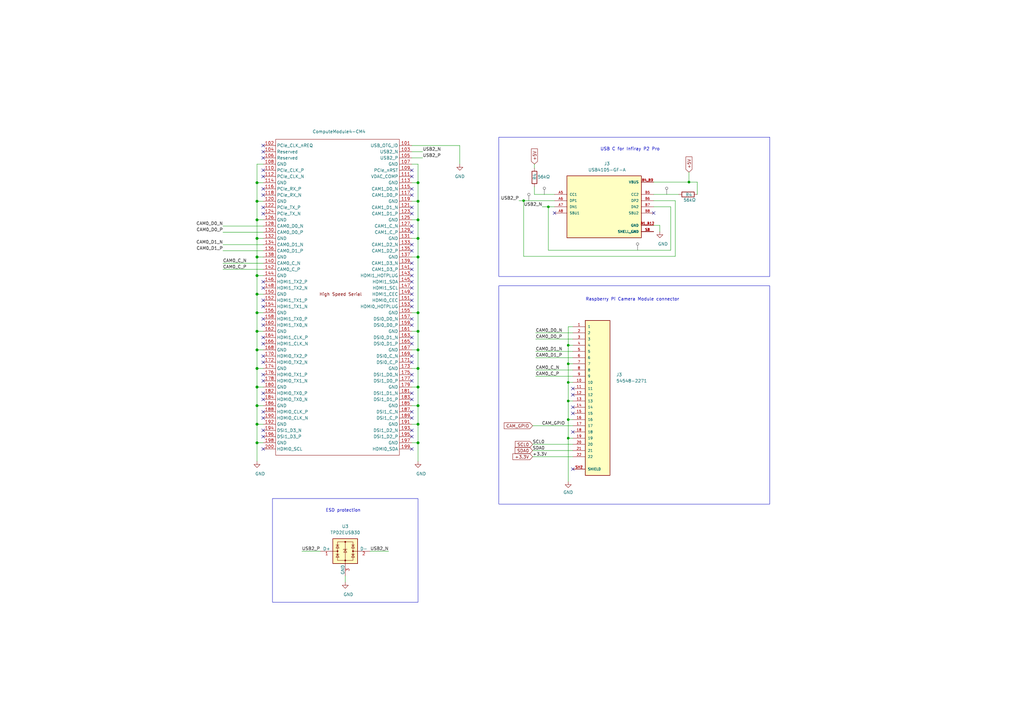
<source format=kicad_sch>
(kicad_sch (version 20230121) (generator eeschema)
  (paper "A3")
  (title_block (title "Raspberry Pi Compute Module 4 Carrier Board v1") (date "2023-06-21") (rev "v01") (comment 2 "creativecommons.org/licenses/by-sa/4.0") (comment 3 "License: CC BY 4.0") (comment 4 "Author: Iiro Karppanen"))
  (lib_symbols
    (symbol "54548-2271:54548-2271" (pin_names (offset 1.016))
      (property "Reference" "J" (at -5.0862 31.2801 0))
      (property "Value" "54548-2271" (at -5.0898 -35.6289 0))
      (symbol "54548-2271_0_0"
        (rectangle (start -5.08 -33.02) (end 5.08 30.48) (stroke (width 0.254)) (fill (type background)))
        (pin passive line (at -10.16 27.94 0) (length 5.08) (name "1") (number "1"))
        (pin passive line (at -10.16 5.08 0) (length 5.08) (name "10") (number "10"))
        (pin passive line (at -10.16 2.54 0) (length 5.08) (name "11") (number "11"))
        (pin passive line (at -10.16 0 0) (length 5.08) (name "12") (number "12"))
        (pin passive line (at -10.16 -2.54 0) (length 5.08) (name "13") (number "13"))
        (pin passive line (at -10.16 -5.08 0) (length 5.08) (name "14") (number "14"))
        (pin passive line (at -10.16 -7.62 0) (length 5.08) (name "15") (number "15"))
        (pin passive line (at -10.16 -10.16 0) (length 5.08) (name "16") (number "16"))
        (pin passive line (at -10.16 -12.7 0) (length 5.08) (name "17") (number "17"))
        (pin passive line (at -10.16 -15.24 0) (length 5.08) (name "18") (number "18"))
        (pin passive line (at -10.16 -17.78 0) (length 5.08) (name "19") (number "19"))
        (pin passive line (at -10.16 25.4 0) (length 5.08) (name "2") (number "2"))
        (pin passive line (at -10.16 -20.32 0) (length 5.08) (name "20") (number "20"))
        (pin passive line (at -10.16 -22.86 0) (length 5.08) (name "21") (number "21"))
        (pin passive line (at -10.16 -25.4 0) (length 5.08) (name "22") (number "22"))
        (pin passive line (at -10.16 22.86 0) (length 5.08) (name "3") (number "3"))
        (pin passive line (at -10.16 20.32 0) (length 5.08) (name "4") (number "4"))
        (pin passive line (at -10.16 17.78 0) (length 5.08) (name "5") (number "5"))
        (pin passive line (at -10.16 15.24 0) (length 5.08) (name "6") (number "6"))
        (pin passive line (at -10.16 12.7 0) (length 5.08) (name "7") (number "7"))
        (pin passive line (at -10.16 10.16 0) (length 5.08) (name "8") (number "8"))
        (pin passive line (at -10.16 7.62 0) (length 5.08) (name "9") (number "9"))
        (pin passive line (at -10.16 -30.48 0) (length 5.08) (name "SHIELD") (number "SH1"))
        (pin passive line (at -10.16 -30.48 0) (length 5.08) (name "SHIELD") (number "SH2"))
      )
    )
    (symbol "CM4IO:ComputeModule4-CM4"
      (property "Reference" "Module" (at 113.03 -68.58 0))
      (property "Value" "ComputeModule4-CM4" (at 140.97 2.54 0))
      (property "Manufacturer" "Hirose" (at 0 0 0))
      (property "MPN" "2x DF40C-100DS-0.4V" (at 0 -2.54 0))
      (property "MPN (Alt)" "2x DF40HC(3.0)-100DS-0.4V" (at 0 0 0))
      (symbol "ComputeModule4-CM4_1_0"
        (text "GPIO" (at 0 6.35 0) (effects (font (size 1.27 1.27))))
      )
      (symbol "ComputeModule4-CM4_1_1"
        (rectangle (start -30.48 -71.12) (end 25.4 58.42))
        (text "600mA Max" (at -8.89 -53.34 0) (effects (font (size 1.27 1.27))))
        (text "600mA Max" (at -8.89 -48.26 0) (effects (font (size 1.27 1.27))))
        (text "NB SD signals are only available" (at -1.27 -27.94 0) (effects (font (size 1.27 1.27))))
        (text "on modules without eMMC" (at -1.27 -30.48 0) (effects (font (size 1.27 1.27))))
        (pin power_in line (at 27.94 55.88 180) (length 2.54) (name "GND") (number "1"))
        (pin passive line (at -33.02 45.72 0) (length 2.54) (name "Ethernet_Pair0_N") (number "10"))
        (pin output line (at -33.02 -68.58 0) (length 2.54) (name "nEXTRST") (number "100"))
        (pin passive line (at 27.94 43.18 180) (length 2.54) (name "Ethernet_Pair2_P") (number "11"))
        (pin passive line (at -33.02 43.18 0) (length 2.54) (name "Ethernet_Pair0_P") (number "12"))
        (pin power_in line (at 27.94 40.64 180) (length 2.54) (name "GND") (number "13"))
        (pin power_in line (at -33.02 40.64 0) (length 2.54) (name "GND") (number "14"))
        (pin output line (at 27.94 38.1 180) (length 2.54) (name "Ethernet_nLED3(3.3v)") (number "15"))
        (pin input line (at -33.02 38.1 0) (length 2.54) (name "Ethernet_SYNC_IN(1.8v)") (number "16"))
        (pin output line (at 27.94 35.56 180) (length 2.54) (name "Ethernet_nLED2(3.3v)") (number "17"))
        (pin input line (at -33.02 35.56 0) (length 2.54) (name "Ethernet_SYNC_OUT(1.8v)") (number "18"))
        (pin output line (at 27.94 33.02 180) (length 2.54) (name "Ethernet_nLED1(3.3v)") (number "19"))
        (pin power_in line (at -33.02 55.88 0) (length 2.54) (name "GND") (number "2"))
        (pin passive line (at -33.02 33.02 0) (length 2.54) (name "EEPROM_nWP") (number "20"))
        (pin open_collector line (at 27.94 30.48 180) (length 2.54) (name "PI_nLED_Activity") (number "21"))
        (pin power_in line (at -33.02 30.48 0) (length 2.54) (name "GND") (number "22"))
        (pin power_in line (at 27.94 27.94 180) (length 2.54) (name "GND") (number "23"))
        (pin passive line (at -33.02 27.94 0) (length 2.54) (name "GPIO26") (number "24"))
        (pin passive line (at 27.94 25.4 180) (length 2.54) (name "GPIO21") (number "25"))
        (pin passive line (at -33.02 25.4 0) (length 2.54) (name "GPIO19") (number "26"))
        (pin passive line (at 27.94 22.86 180) (length 2.54) (name "GPIO20") (number "27"))
        (pin passive line (at -33.02 22.86 0) (length 2.54) (name "GPIO13") (number "28"))
        (pin passive line (at 27.94 20.32 180) (length 2.54) (name "GPIO16") (number "29"))
        (pin passive line (at 27.94 53.34 180) (length 2.54) (name "Ethernet_Pair3_P") (number "3"))
        (pin passive line (at -33.02 20.32 0) (length 2.54) (name "GPIO6") (number "30"))
        (pin passive line (at 27.94 17.78 180) (length 2.54) (name "GPIO12") (number "31"))
        (pin power_in line (at -33.02 17.78 0) (length 2.54) (name "GND") (number "32"))
        (pin power_in line (at 27.94 15.24 180) (length 2.54) (name "GND") (number "33"))
        (pin passive line (at -33.02 15.24 0) (length 2.54) (name "GPIO5") (number "34"))
        (pin passive line (at 27.94 12.7 180) (length 2.54) (name "ID_SC") (number "35"))
        (pin passive line (at -33.02 12.7 0) (length 2.54) (name "ID_SD") (number "36"))
        (pin passive line (at 27.94 10.16 180) (length 2.54) (name "GPIO7") (number "37"))
        (pin passive line (at -33.02 10.16 0) (length 2.54) (name "GPIO11") (number "38"))
        (pin passive line (at 27.94 7.62 180) (length 2.54) (name "GPIO8") (number "39"))
        (pin passive line (at -33.02 53.34 0) (length 2.54) (name "Ethernet_Pair1_P") (number "4"))
        (pin passive line (at -33.02 7.62 0) (length 2.54) (name "GPIO9") (number "40"))
        (pin passive line (at 27.94 5.08 180) (length 2.54) (name "GPIO25") (number "41"))
        (pin power_in line (at -33.02 5.08 0) (length 2.54) (name "GND") (number "42"))
        (pin power_in line (at 27.94 2.54 180) (length 2.54) (name "GND") (number "43"))
        (pin passive line (at -33.02 2.54 0) (length 2.54) (name "GPIO10") (number "44"))
        (pin passive line (at 27.94 0 180) (length 2.54) (name "GPIO24") (number "45"))
        (pin passive line (at -33.02 0 0) (length 2.54) (name "GPIO22") (number "46"))
        (pin passive line (at 27.94 -2.54 180) (length 2.54) (name "GPIO23") (number "47"))
        (pin passive line (at -33.02 -2.54 0) (length 2.54) (name "GPIO27") (number "48"))
        (pin passive line (at 27.94 -5.08 180) (length 2.54) (name "GPIO18") (number "49"))
        (pin passive line (at 27.94 50.8 180) (length 2.54) (name "Ethernet_Pair3_N") (number "5"))
        (pin passive line (at -33.02 -5.08 0) (length 2.54) (name "GPIO17") (number "50"))
        (pin passive line (at 27.94 -7.62 180) (length 2.54) (name "GPIO15") (number "51"))
        (pin power_in line (at -33.02 -7.62 0) (length 2.54) (name "GND") (number "52"))
        (pin power_in line (at 27.94 -10.16 180) (length 2.54) (name "GND") (number "53"))
        (pin passive line (at -33.02 -10.16 0) (length 2.54) (name "GPIO4") (number "54"))
        (pin passive line (at 27.94 -12.7 180) (length 2.54) (name "GPIO14") (number "55"))
        (pin passive line (at -33.02 -12.7 0) (length 2.54) (name "GPIO3") (number "56"))
        (pin passive line (at 27.94 -15.24 180) (length 2.54) (name "SD_CLK") (number "57"))
        (pin passive line (at -33.02 -15.24 0) (length 2.54) (name "GPIO2") (number "58"))
        (pin power_in line (at 27.94 -17.78 180) (length 2.54) (name "GND") (number "59"))
        (pin passive line (at -33.02 50.8 0) (length 2.54) (name "Ethernet_Pair1_N") (number "6"))
        (pin power_in line (at -33.02 -17.78 0) (length 2.54) (name "GND") (number "60"))
        (pin passive line (at 27.94 -20.32 180) (length 2.54) (name "SD_DAT3") (number "61"))
        (pin passive line (at -33.02 -20.32 0) (length 2.54) (name "SD_CMD") (number "62"))
        (pin passive line (at 27.94 -22.86 180) (length 2.54) (name "SD_DAT0") (number "63"))
        (pin passive line (at -33.02 -22.86 0) (length 2.54) (name "SD_DAT5") (number "64"))
        (pin power_in line (at 27.94 -25.4 180) (length 2.54) (name "GND") (number "65"))
        (pin power_in line (at -33.02 -25.4 0) (length 2.54) (name "GND") (number "66"))
        (pin passive line (at 27.94 -27.94 180) (length 2.54) (name "SD_DAT1") (number "67"))
        (pin passive line (at -33.02 -27.94 0) (length 2.54) (name "SD_DAT4") (number "68"))
        (pin passive line (at 27.94 -30.48 180) (length 2.54) (name "SD_DAT2") (number "69"))
        (pin power_in line (at 27.94 48.26 180) (length 2.54) (name "GND") (number "7"))
        (pin passive line (at -33.02 -30.48 0) (length 2.54) (name "SD_DAT7") (number "70"))
        (pin power_in line (at 27.94 -33.02 180) (length 2.54) (name "GND") (number "71"))
        (pin passive line (at -33.02 -33.02 0) (length 2.54) (name "SD_DAT6") (number "72"))
        (pin input line (at 27.94 -35.56 180) (length 2.54) (name "SD_VDD_Override") (number "73"))
        (pin power_in line (at -33.02 -35.56 0) (length 2.54) (name "GND") (number "74"))
        (pin output line (at 27.94 -38.1 180) (length 2.54) (name "SD_PWR_ON") (number "75"))
        (pin passive line (at -33.02 -38.1 0) (length 2.54) (name "Reserved") (number "76"))
        (pin power_in line (at 27.94 -40.64 180) (length 2.54) (name "+5v_(Input)") (number "77"))
        (pin power_in line (at -33.02 -40.64 0) (length 2.54) (name "GPIO_VREF(1.8v/3.3v_Input)") (number "78"))
        (pin power_in line (at 27.94 -43.18 180) (length 2.54) (name "+5v_(Input)") (number "79"))
        (pin power_in line (at -33.02 48.26 0) (length 2.54) (name "GND") (number "8"))
        (pin passive line (at -33.02 -43.18 0) (length 2.54) (name "SCL0") (number "80"))
        (pin power_in line (at 27.94 -45.72 180) (length 2.54) (name "+5v_(Input)") (number "81"))
        (pin passive line (at -33.02 -45.72 0) (length 2.54) (name "SDA0") (number "82"))
        (pin power_in line (at 27.94 -48.26 180) (length 2.54) (name "+5v_(Input)") (number "83"))
        (pin power_out line (at -33.02 -48.26 0) (length 2.54) (name "+3.3v_(Output)") (number "84"))
        (pin power_in line (at 27.94 -50.8 180) (length 2.54) (name "+5v_(Input)") (number "85"))
        (pin power_out line (at -33.02 -50.8 0) (length 2.54) (name "+3.3v_(Output)") (number "86"))
        (pin power_in line (at 27.94 -53.34 180) (length 2.54) (name "+5v_(Input)") (number "87"))
        (pin power_out line (at -33.02 -53.34 0) (length 2.54) (name "+1.8v_(Output)") (number "88"))
        (pin power_in line (at 27.94 -55.88 180) (length 2.54) (name "WiFi_nDisable") (number "89"))
        (pin passive line (at 27.94 45.72 180) (length 2.54) (name "Ethernet_Pair2_N") (number "9"))
        (pin power_out line (at -33.02 -55.88 0) (length 2.54) (name "+1.8v_(Output)") (number "90"))
        (pin power_in line (at 27.94 -58.42 180) (length 2.54) (name "BT_nDisable") (number "91"))
        (pin passive line (at -33.02 -58.42 0) (length 2.54) (name "RUN_PG") (number "92"))
        (pin input line (at 27.94 -60.96 180) (length 2.54) (name "nRPIBOOT") (number "93"))
        (pin passive line (at -33.02 -60.96 0) (length 2.54) (name "AnalogIP0") (number "94"))
        (pin output line (at 27.94 -63.5 180) (length 2.54) (name "nPI_LED_PWR") (number "95"))
        (pin passive line (at -33.02 -63.5 0) (length 2.54) (name "AnalogIP1") (number "96"))
        (pin passive line (at 27.94 -66.04 180) (length 2.54) (name "Camera_GPIO") (number "97"))
        (pin power_in line (at -33.02 -66.04 0) (length 2.54) (name "GND") (number "98"))
        (pin input line (at 27.94 -68.58 180) (length 2.54) (name "Global_EN") (number "99"))
      )
      (symbol "ComputeModule4-CM4_2_1"
        (rectangle (start 114.3 -66.04) (end 165.1 63.5))
        (text "High Speed Serial" (at 140.97 0 0) (effects (font (size 1.27 1.27))))
        (pin input line (at 170.18 60.96 180) (length 5.08) (name "USB_OTG_ID") (number "101"))
        (pin input line (at 109.22 60.96 0) (length 5.08) (name "PCIe_CLK_nREQ") (number "102"))
        (pin passive line (at 170.18 58.42 180) (length 5.08) (name "USB2_N") (number "103"))
        (pin passive line (at 109.22 58.42 0) (length 5.08) (name "Reserved") (number "104"))
        (pin passive line (at 170.18 55.88 180) (length 5.08) (name "USB2_P") (number "105"))
        (pin passive line (at 109.22 55.88 0) (length 5.08) (name "Reserved") (number "106"))
        (pin power_in line (at 170.18 53.34 180) (length 5.08) (name "GND") (number "107"))
        (pin power_in line (at 109.22 53.34 0) (length 5.08) (name "GND") (number "108"))
        (pin bidirectional line (at 170.18 50.8 180) (length 5.08) (name "PCIe_nRST") (number "109"))
        (pin output line (at 109.22 50.8 0) (length 5.08) (name "PCIe_CLK_P") (number "110"))
        (pin passive line (at 170.18 48.26 180) (length 5.08) (name "VDAC_COMP") (number "111"))
        (pin output line (at 109.22 48.26 0) (length 5.08) (name "PCIe_CLK_N") (number "112"))
        (pin power_in line (at 170.18 45.72 180) (length 5.08) (name "GND") (number "113"))
        (pin power_in line (at 109.22 45.72 0) (length 5.08) (name "GND") (number "114"))
        (pin input line (at 170.18 43.18 180) (length 5.08) (name "CAM1_D0_N") (number "115"))
        (pin input line (at 109.22 43.18 0) (length 5.08) (name "PCIe_RX_P") (number "116"))
        (pin input line (at 170.18 40.64 180) (length 5.08) (name "CAM1_D0_P") (number "117"))
        (pin input line (at 109.22 40.64 0) (length 5.08) (name "PCIe_RX_N") (number "118"))
        (pin power_in line (at 170.18 38.1 180) (length 5.08) (name "GND") (number "119"))
        (pin power_in line (at 109.22 38.1 0) (length 5.08) (name "GND") (number "120"))
        (pin input line (at 170.18 35.56 180) (length 5.08) (name "CAM1_D1_N") (number "121"))
        (pin output line (at 109.22 35.56 0) (length 5.08) (name "PCIe_TX_P") (number "122"))
        (pin input line (at 170.18 33.02 180) (length 5.08) (name "CAM1_D1_P") (number "123"))
        (pin output line (at 109.22 33.02 0) (length 5.08) (name "PCIe_TX_N") (number "124"))
        (pin power_in line (at 170.18 30.48 180) (length 5.08) (name "GND") (number "125"))
        (pin power_in line (at 109.22 30.48 0) (length 5.08) (name "GND") (number "126"))
        (pin input line (at 170.18 27.94 180) (length 5.08) (name "CAM1_C_N") (number "127"))
        (pin input line (at 109.22 27.94 0) (length 5.08) (name "CAM0_D0_N") (number "128"))
        (pin input line (at 170.18 25.4 180) (length 5.08) (name "CAM1_C_P") (number "129"))
        (pin input line (at 109.22 25.4 0) (length 5.08) (name "CAM0_D0_P") (number "130"))
        (pin power_in line (at 170.18 22.86 180) (length 5.08) (name "GND") (number "131"))
        (pin power_in line (at 109.22 22.86 0) (length 5.08) (name "GND") (number "132"))
        (pin input line (at 170.18 20.32 180) (length 5.08) (name "CAM1_D2_N") (number "133"))
        (pin input line (at 109.22 20.32 0) (length 5.08) (name "CAM0_D1_N") (number "134"))
        (pin input line (at 170.18 17.78 180) (length 5.08) (name "CAM1_D2_P") (number "135"))
        (pin input line (at 109.22 17.78 0) (length 5.08) (name "CAM0_D1_P") (number "136"))
        (pin power_in line (at 170.18 15.24 180) (length 5.08) (name "GND") (number "137"))
        (pin power_in line (at 109.22 15.24 0) (length 5.08) (name "GND") (number "138"))
        (pin input line (at 170.18 12.7 180) (length 5.08) (name "CAM1_D3_N") (number "139"))
        (pin input line (at 109.22 12.7 0) (length 5.08) (name "CAM0_C_N") (number "140"))
        (pin input line (at 170.18 10.16 180) (length 5.08) (name "CAM1_D3_P") (number "141"))
        (pin input line (at 109.22 10.16 0) (length 5.08) (name "CAM0_C_P") (number "142"))
        (pin input line (at 170.18 7.62 180) (length 5.08) (name "HDMI1_HOTPLUG") (number "143"))
        (pin power_in line (at 109.22 7.62 0) (length 5.08) (name "GND") (number "144"))
        (pin bidirectional line (at 170.18 5.08 180) (length 5.08) (name "HDMI1_SDA") (number "145"))
        (pin output line (at 109.22 5.08 0) (length 5.08) (name "HDMI1_TX2_P") (number "146"))
        (pin open_collector line (at 170.18 2.54 180) (length 5.08) (name "HDMI1_SCL") (number "147"))
        (pin output line (at 109.22 2.54 0) (length 5.08) (name "HDMI1_TX2_N") (number "148"))
        (pin open_collector line (at 170.18 0 180) (length 5.08) (name "HDMI1_CEC") (number "149"))
        (pin power_in line (at 109.22 0 0) (length 5.08) (name "GND") (number "150"))
        (pin open_collector line (at 170.18 -2.54 180) (length 5.08) (name "HDMI0_CEC") (number "151"))
        (pin output line (at 109.22 -2.54 0) (length 5.08) (name "HDMI1_TX1_P") (number "152"))
        (pin input line (at 170.18 -5.08 180) (length 5.08) (name "HDMI0_HOTPLUG") (number "153"))
        (pin output line (at 109.22 -5.08 0) (length 5.08) (name "HDMI1_TX1_N") (number "154"))
        (pin power_in line (at 170.18 -7.62 180) (length 5.08) (name "GND") (number "155"))
        (pin power_in line (at 109.22 -7.62 0) (length 5.08) (name "GND") (number "156"))
        (pin output line (at 170.18 -10.16 180) (length 5.08) (name "DSI0_D0_N") (number "157"))
        (pin output line (at 109.22 -10.16 0) (length 5.08) (name "HDMI1_TX0_P") (number "158"))
        (pin output line (at 170.18 -12.7 180) (length 5.08) (name "DSI0_D0_P") (number "159"))
        (pin output line (at 109.22 -12.7 0) (length 5.08) (name "HDMI1_TX0_N") (number "160"))
        (pin power_in line (at 170.18 -15.24 180) (length 5.08) (name "GND") (number "161"))
        (pin power_in line (at 109.22 -15.24 0) (length 5.08) (name "GND") (number "162"))
        (pin output line (at 170.18 -17.78 180) (length 5.08) (name "DSI0_D1_N") (number "163"))
        (pin output line (at 109.22 -17.78 0) (length 5.08) (name "HDMI1_CLK_P") (number "164"))
        (pin output line (at 170.18 -20.32 180) (length 5.08) (name "DSI0_D1_P") (number "165"))
        (pin output line (at 109.22 -20.32 0) (length 5.08) (name "HDMI1_CLK_N") (number "166"))
        (pin power_in line (at 170.18 -22.86 180) (length 5.08) (name "GND") (number "167"))
        (pin power_in line (at 109.22 -22.86 0) (length 5.08) (name "GND") (number "168"))
        (pin output line (at 170.18 -25.4 180) (length 5.08) (name "DSI0_C_N") (number "169"))
        (pin output line (at 109.22 -25.4 0) (length 5.08) (name "HDMI0_TX2_P") (number "170"))
        (pin output line (at 170.18 -27.94 180) (length 5.08) (name "DSI0_C_P") (number "171"))
        (pin output line (at 109.22 -27.94 0) (length 5.08) (name "HDMI0_TX2_N") (number "172"))
        (pin power_in line (at 170.18 -30.48 180) (length 5.08) (name "GND") (number "173"))
        (pin power_in line (at 109.22 -30.48 0) (length 5.08) (name "GND") (number "174"))
        (pin output line (at 170.18 -33.02 180) (length 5.08) (name "DSI1_D0_N") (number "175"))
        (pin output line (at 109.22 -33.02 0) (length 5.08) (name "HDMI0_TX1_P") (number "176"))
        (pin output line (at 170.18 -35.56 180) (length 5.08) (name "DSI1_D0_P") (number "177"))
        (pin output line (at 109.22 -35.56 0) (length 5.08) (name "HDMI0_TX1_N") (number "178"))
        (pin power_in line (at 170.18 -38.1 180) (length 5.08) (name "GND") (number "179"))
        (pin power_in line (at 109.22 -38.1 0) (length 5.08) (name "GND") (number "180"))
        (pin output line (at 170.18 -40.64 180) (length 5.08) (name "DSI1_D1_N") (number "181"))
        (pin output line (at 109.22 -40.64 0) (length 5.08) (name "HDMI0_TX0_P") (number "182"))
        (pin output line (at 170.18 -43.18 180) (length 5.08) (name "DSI1_D1_P") (number "183"))
        (pin output line (at 109.22 -43.18 0) (length 5.08) (name "HDMI0_TX0_N") (number "184"))
        (pin power_in line (at 170.18 -45.72 180) (length 5.08) (name "GND") (number "185"))
        (pin power_in line (at 109.22 -45.72 0) (length 5.08) (name "GND") (number "186"))
        (pin output line (at 170.18 -48.26 180) (length 5.08) (name "DSI1_C_N") (number "187"))
        (pin output line (at 109.22 -48.26 0) (length 5.08) (name "HDMI0_CLK_P") (number "188"))
        (pin output line (at 170.18 -50.8 180) (length 5.08) (name "DSI1_C_P") (number "189"))
        (pin output line (at 109.22 -50.8 0) (length 5.08) (name "HDMI0_CLK_N") (number "190"))
        (pin power_in line (at 170.18 -53.34 180) (length 5.08) (name "GND") (number "191"))
        (pin power_in line (at 109.22 -53.34 0) (length 5.08) (name "GND") (number "192"))
        (pin output line (at 170.18 -55.88 180) (length 5.08) (name "DSI1_D2_N") (number "193"))
        (pin output line (at 109.22 -55.88 0) (length 5.08) (name "DSI1_D3_N") (number "194"))
        (pin output line (at 170.18 -58.42 180) (length 5.08) (name "DSI1_D2_P") (number "195"))
        (pin output line (at 109.22 -58.42 0) (length 5.08) (name "DSI1_D3_P") (number "196"))
        (pin power_in line (at 170.18 -60.96 180) (length 5.08) (name "GND") (number "197"))
        (pin power_in line (at 109.22 -60.96 0) (length 5.08) (name "GND") (number "198"))
        (pin bidirectional line (at 170.18 -63.5 180) (length 5.08) (name "HDMI0_SDA") (number "199"))
        (pin open_collector line (at 109.22 -63.5 0) (length 5.08) (name "HDMI0_SCL") (number "200"))
      )
    )
    (symbol "Device:R" (pin_numbers hide) (pin_names (offset 0))
      (property "Reference" "R" (at 2.032 0 90))
      (property "Value" "R" (at 0 0 90))
      (symbol "R_0_1"
        (rectangle (start -1.016 -2.54) (end 1.016 2.54) (stroke (width 0.254)))
      )
      (symbol "R_1_1"
        (pin passive line (at 0 3.81 270) (length 1.27) (name "~") (number "1"))
        (pin passive line (at 0 -3.81 90) (length 1.27) (name "~") (number "2"))
      )
    )
    (symbol "GND_1" (power) (pin_names (offset 0))
      (property "Value" "GND_1" (at 0 -3.81 0))
      (symbol "GND_1_0_1"
        (polyline (pts (xy 0 0) (xy 0 -1.27) (xy 1.27 -1.27) (xy 0 -2.54) (xy -1.27 -1.27) (xy 0 -1.27)))
      )
      (symbol "GND_1_1_1"
        (pin power_in line (at 0 0 270) (length 0) hide (name "GND") (number "1"))
      )
    )
    (symbol "GND_2" (power) (pin_names (offset 0))
      (property "Value" "GND_2" (at 0 -3.81 0))
      (symbol "GND_2_0_1"
        (polyline (pts (xy 0 0) (xy 0 -1.27) (xy 1.27 -1.27) (xy 0 -2.54) (xy -1.27 -1.27) (xy 0 -1.27)))
      )
      (symbol "GND_2_1_1"
        (pin power_in line (at 0 0 270) (length 0) hide (name "GND") (number "1"))
      )
    )
    (symbol "Power_Protection:TPD2EUSB30" (pin_names (offset 0))
      (property "Reference" "U" (at 0 6.35 0))
      (property "Value" "TPD2EUSB30" (at 7.62 -7.62 0))
      (symbol "TPD2EUSB30_0_1"
        (rectangle (start -5.08 5.08) (end 5.08 -5.08) (stroke (width 0.254)) (fill (type background)))
        (circle (center -3.175 0) (radius 0.2794) (fill (type outline)))
        (rectangle (start -3.175 3.81) (end 3.175 -3.81))
        (circle (center 0 -3.81) (radius 0.2794) (fill (type outline)))
        (polyline (pts (xy -5.08 0) (xy -3.175 0)))
        (polyline (pts (xy -3.81 -1.27) (xy -2.54 -1.27)))
        (polyline (pts (xy -3.81 2.54) (xy -2.54 2.54)))
        (polyline (pts (xy 0 3.81) (xy 0 -5.08)))
        (polyline (pts (xy 2.54 -1.27) (xy 3.81 -1.27)))
        (polyline (pts (xy 2.54 2.54) (xy 3.81 2.54)))
        (polyline (pts (xy 5.08 0) (xy 3.175 0)))
        (polyline (pts (xy 0.762 0.762) (xy -0.762 0.762) (xy -0.762 0.508)))
        (polyline (pts (xy -2.54 -2.54) (xy -3.81 -2.54) (xy -3.175 -1.27) (xy -2.54 -2.54)))
        (polyline (pts (xy -2.54 1.27) (xy -3.81 1.27) (xy -3.175 2.54) (xy -2.54 1.27)))
        (polyline (pts (xy 0.635 -0.508) (xy -0.635 -0.508) (xy 0 0.762) (xy 0.635 -0.508)))
        (polyline (pts (xy 3.81 -2.54) (xy 2.54 -2.54) (xy 3.175 -1.27) (xy 3.81 -2.54)))
        (polyline (pts (xy 3.81 1.27) (xy 2.54 1.27) (xy 3.175 2.54) (xy 3.81 1.27)))
        (circle (center 0 3.81) (radius 0.2794) (fill (type outline)))
        (circle (center 3.175 0) (radius 0.2794) (fill (type outline)))
      )
      (symbol "TPD2EUSB30_1_1"
        (pin passive line (at -10.16 0 0) (length 5.08) (name "D+") (number "1"))
        (pin passive line (at 10.16 0 180) (length 5.08) (name "D-") (number "2"))
        (pin passive line (at 0 -10.16 90) (length 5.08) (name "GND") (number "3"))
      )
    )
    (symbol "USB4105-GF-A:USB4105-GF-A" (pin_names (offset 1.016))
      (property "Reference" "J" (at -15.24 13.97 0))
      (property "Value" "USB4105-GF-A" (at -15.24 -15.24 0))
      (symbol "USB4105-GF-A_0_0"
        (rectangle (start -15.24 -12.7) (end 15.24 12.7) (stroke (width 0.254)) (fill (type background)))
        (pin power_in line (at 20.32 -7.62 180) (length 5.08) (name "GND") (number "A1_B12"))
        (pin power_in line (at 20.32 10.16 180) (length 5.08) (name "VBUS") (number "A4_B9"))
        (pin bidirectional line (at -20.32 5.08 0) (length 5.08) (name "CC1") (number "A5"))
        (pin bidirectional line (at -20.32 2.54 0) (length 5.08) (name "DP1") (number "A6"))
        (pin bidirectional line (at -20.32 0 0) (length 5.08) (name "DN1") (number "A7"))
        (pin bidirectional line (at -20.32 -2.54 0) (length 5.08) (name "SBU1") (number "A8"))
        (pin power_in line (at 20.32 -7.62 180) (length 5.08) (name "GND") (number "B1_A12"))
        (pin power_in line (at 20.32 10.16 180) (length 5.08) (name "VBUS") (number "B4_A9"))
        (pin bidirectional line (at 20.32 5.08 180) (length 5.08) (name "CC2") (number "B5"))
        (pin bidirectional line (at 20.32 2.54 180) (length 5.08) (name "DP2") (number "B6"))
        (pin bidirectional line (at 20.32 0 180) (length 5.08) (name "DN2") (number "B7"))
        (pin bidirectional line (at 20.32 -2.54 180) (length 5.08) (name "SBU2") (number "B8"))
        (pin power_in line (at 20.32 -10.16 180) (length 5.08) (name "SHELL_GND") (number "S1"))
        (pin power_in line (at 20.32 -10.16 180) (length 5.08) (name "SHELL_GND") (number "S2"))
        (pin power_in line (at 20.32 -10.16 180) (length 5.08) (name "SHELL_GND") (number "S3"))
        (pin power_in line (at 20.32 -10.16 180) (length 5.08) (name "SHELL_GND") (number "S4"))
      )
    )
    (symbol "power:GND" (power) (pin_names (offset 0))
      (property "Value" "GND" (at 0 -3.81 0))
      (symbol "GND_0_1"
        (polyline (pts (xy 0 0) (xy 0 -1.27) (xy 1.27 -1.27) (xy 0 -2.54) (xy -1.27 -1.27) (xy 0 -1.27)))
      )
      (symbol "GND_1_1"
        (pin power_in line (at 0 0 270) (length 0) hide (name "GND") (number "1"))
      )
    )
  )
  (junction (at 105.41 151.13) (diameter 1.016))
  (junction (at 171.45 97.79) (diameter 1.016))
  (junction (at 171.45 74.93) (diameter 1.016))
  (junction (at 233.045 156.845))
  (junction (at 233.045 149.225))
  (junction (at 171.45 143.51) (diameter 1.016))
  (junction (at 214.757 82.296))
  (junction (at 105.41 173.99) (diameter 1.016))
  (junction (at 171.45 166.37) (diameter 1.016))
  (junction (at 171.45 90.17) (diameter 1.016))
  (junction (at 105.41 74.93) (diameter 1.016))
  (junction (at 105.41 143.51) (diameter 1.016))
  (junction (at 171.45 181.61) (diameter 1.016))
  (junction (at 224.917 84.836))
  (junction (at 105.41 90.17) (diameter 1.016))
  (junction (at 105.41 105.41) (diameter 1.016))
  (junction (at 171.45 135.89) (diameter 1.016))
  (junction (at 105.41 97.79) (diameter 1.016))
  (junction (at 171.45 105.41) (diameter 1.016))
  (junction (at 233.045 141.605))
  (junction (at 171.45 82.55) (diameter 1.016))
  (junction (at 105.41 158.75) (diameter 1.016))
  (junction (at 105.41 128.27) (diameter 1.016))
  (junction (at 282.575 74.676))
  (junction (at 105.41 181.61) (diameter 1.016))
  (junction (at 105.41 166.37) (diameter 1.016))
  (junction (at 105.41 120.65) (diameter 1.016))
  (junction (at 105.41 113.03) (diameter 1.016))
  (junction (at 171.45 128.27) (diameter 1.016))
  (junction (at 233.045 179.705))
  (junction (at 105.41 135.89) (diameter 1.016))
  (junction (at 233.045 172.085))
  (junction (at 171.45 151.13) (diameter 1.016))
  (junction (at 105.41 82.55) (diameter 1.016))
  (junction (at 233.045 164.465))
  (junction (at 171.45 173.99) (diameter 1.016))
  (junction (at 171.45 158.75) (diameter 1.016))
  (no_connect (at 168.91 184.15))
  (no_connect (at 168.91 176.53))
  (no_connect (at 168.91 161.29))
  (no_connect (at 107.95 148.59))
  (no_connect (at 227.457 87.376))
  (no_connect (at 168.91 130.81))
  (no_connect (at 168.91 87.63))
  (no_connect (at 107.95 140.97))
  (no_connect (at 107.95 179.07))
  (no_connect (at 168.91 179.07))
  (no_connect (at 107.95 168.91))
  (no_connect (at 168.91 110.49))
  (no_connect (at 107.95 85.09))
  (no_connect (at 168.91 163.83))
  (no_connect (at 168.91 168.91))
  (no_connect (at 168.91 146.05))
  (no_connect (at 107.95 138.43))
  (no_connect (at 168.91 125.73))
  (no_connect (at 168.91 171.45))
  (no_connect (at 107.95 171.45))
  (no_connect (at 168.91 115.57))
  (no_connect (at 107.95 118.11))
  (no_connect (at 107.95 176.53))
  (no_connect (at 234.95 177.165))
  (no_connect (at 168.91 148.59))
  (no_connect (at 234.95 159.385))
  (no_connect (at 107.95 59.69))
  (no_connect (at 168.91 69.85))
  (no_connect (at 107.95 72.39))
  (no_connect (at 234.95 169.545))
  (no_connect (at 168.91 123.19))
  (no_connect (at 107.95 123.19))
  (no_connect (at 168.91 80.01))
  (no_connect (at 168.91 100.33))
  (no_connect (at 107.95 130.81))
  (no_connect (at 168.91 138.43))
  (no_connect (at 168.91 72.39))
  (no_connect (at 107.95 156.21))
  (no_connect (at 168.91 133.35))
  (no_connect (at 168.91 140.97))
  (no_connect (at 234.95 161.925))
  (no_connect (at 107.95 161.29))
  (no_connect (at 107.95 80.01))
  (no_connect (at 234.95 192.405))
  (no_connect (at 107.95 163.83))
  (no_connect (at 168.91 107.95))
  (no_connect (at 107.95 77.47))
  (no_connect (at 234.95 167.005))
  (no_connect (at 107.95 64.77))
  (no_connect (at 107.95 87.63))
  (no_connect (at 168.91 153.67))
  (no_connect (at 107.95 153.67))
  (no_connect (at 168.91 85.09))
  (no_connect (at 168.91 102.87))
  (no_connect (at 107.95 125.73))
  (no_connect (at 168.91 77.47))
  (no_connect (at 168.91 120.65))
  (no_connect (at 107.95 133.35))
  (no_connect (at 168.91 92.71))
  (no_connect (at 168.91 118.11))
  (no_connect (at 168.91 156.21))
  (no_connect (at 107.95 62.23))
  (no_connect (at 107.95 184.15))
  (no_connect (at 107.95 146.05))
  (no_connect (at 107.95 115.57))
  (no_connect (at 168.91 95.25))
  (no_connect (at 168.91 113.03))
  (no_connect (at 268.097 87.376))
  (no_connect (at 107.95 69.85))
  (wire (pts (xy 212.852 82.296) (xy 214.757 82.296)))
  (wire (pts (xy 233.045 141.605) (xy 234.95 141.605)))
  (wire (pts (xy 168.91 82.55) (xy 171.45 82.55)))
  (wire (pts (xy 105.41 113.03) (xy 105.41 120.65)))
  (wire (pts (xy 218.44 174.625) (xy 234.95 174.625)))
  (wire (pts (xy 168.91 97.79) (xy 171.45 97.79)))
  (wire (pts (xy 105.41 135.89) (xy 105.41 143.51)))
  (wire (pts (xy 219.202 76.581) (xy 219.202 79.756)))
  (wire (pts (xy 168.91 90.17) (xy 171.45 90.17)))
  (wire (pts (xy 168.91 158.75) (xy 171.45 158.75)))
  (wire (pts (xy 105.41 113.03) (xy 107.95 113.03)))
  (wire (pts (xy 270.637 92.456) (xy 270.637 94.996)))
  (wire (pts (xy 91.44 92.71) (xy 107.95 92.71)))
  (wire (pts (xy 141.605 236.22) (xy 141.605 238.76)))
  (wire (pts (xy 275.082 84.836) (xy 275.082 102.616)))
  (wire (pts (xy 276.987 105.156) (xy 214.757 105.156)))
  (wire (pts (xy 171.45 82.55) (xy 171.45 90.17)))
  (wire (pts (xy 105.41 143.51) (xy 105.41 151.13)))
  (wire (pts (xy 233.045 149.225) (xy 233.045 156.845)))
  (wire (pts (xy 105.41 151.13) (xy 107.95 151.13)))
  (wire (pts (xy 233.045 141.605) (xy 233.045 149.225)))
  (wire (pts (xy 276.987 82.296) (xy 276.987 105.156)))
  (wire (pts (xy 105.41 135.89) (xy 107.95 135.89)))
  (wire (pts (xy 123.825 226.06) (xy 131.445 226.06)))
  (wire (pts (xy 105.41 67.31) (xy 107.95 67.31)))
  (wire (pts (xy 219.71 154.305) (xy 234.95 154.305)))
  (wire (pts (xy 105.41 166.37) (xy 105.41 173.99)))
  (wire (pts (xy 282.575 74.676) (xy 286.004 74.676)))
  (wire (pts (xy 219.71 151.765) (xy 234.95 151.765)))
  (wire (pts (xy 171.45 105.41) (xy 171.45 128.27)))
  (wire (pts (xy 105.41 181.61) (xy 105.41 189.23)))
  (wire (pts (xy 105.41 82.55) (xy 107.95 82.55)))
  (wire (pts (xy 234.95 184.785) (xy 218.44 184.785)))
  (wire (pts (xy 171.45 67.31) (xy 171.45 74.93)))
  (wire (pts (xy 233.045 156.845) (xy 234.95 156.845)))
  (wire (pts (xy 233.045 172.085) (xy 233.045 179.705)))
  (wire (pts (xy 219.71 144.145) (xy 234.95 144.145)))
  (wire (pts (xy 168.91 67.31) (xy 171.45 67.31)))
  (wire (pts (xy 105.41 90.17) (xy 107.95 90.17)))
  (wire (pts (xy 233.045 164.465) (xy 233.045 172.085)))
  (wire (pts (xy 105.41 181.61) (xy 107.95 181.61)))
  (wire (pts (xy 171.45 74.93) (xy 171.45 82.55)))
  (wire (pts (xy 233.045 179.705) (xy 234.95 179.705)))
  (wire (pts (xy 171.45 181.61) (xy 171.45 189.23)))
  (wire (pts (xy 214.757 105.156) (xy 214.757 82.296)))
  (wire (pts (xy 168.91 135.89) (xy 171.45 135.89)))
  (wire (pts (xy 105.41 67.31) (xy 105.41 74.93)))
  (wire (pts (xy 91.44 107.95) (xy 107.95 107.95)))
  (wire (pts (xy 105.41 143.51) (xy 107.95 143.51)))
  (wire (pts (xy 105.41 82.55) (xy 105.41 90.17)))
  (wire (pts (xy 218.44 187.325) (xy 234.95 187.325)))
  (wire (pts (xy 268.097 84.836) (xy 275.082 84.836)))
  (wire (pts (xy 171.45 97.79) (xy 171.45 105.41)))
  (wire (pts (xy 268.097 74.676) (xy 282.575 74.676)))
  (wire (pts (xy 105.41 105.41) (xy 105.41 113.03)))
  (wire (pts (xy 171.45 158.75) (xy 171.45 166.37)))
  (wire (pts (xy 168.91 173.99) (xy 171.45 173.99)))
  (wire (pts (xy 105.41 128.27) (xy 105.41 135.89)))
  (wire (pts (xy 224.917 102.616) (xy 224.917 84.836)))
  (wire (pts (xy 91.44 102.87) (xy 107.95 102.87)))
  (wire (pts (xy 91.44 110.49) (xy 107.95 110.49)))
  (wire (pts (xy 105.41 158.75) (xy 107.95 158.75)))
  (wire (pts (xy 105.41 128.27) (xy 107.95 128.27)))
  (wire (pts (xy 233.045 156.845) (xy 233.045 164.465)))
  (wire (pts (xy 91.44 100.33) (xy 107.95 100.33)))
  (wire (pts (xy 171.45 173.99) (xy 171.45 181.61)))
  (wire (pts (xy 171.45 166.37) (xy 171.45 173.99)))
  (wire (pts (xy 168.91 166.37) (xy 171.45 166.37)))
  (wire (pts (xy 105.41 120.65) (xy 107.95 120.65)))
  (wire (pts (xy 233.045 149.225) (xy 234.95 149.225)))
  (wire (pts (xy 168.91 143.51) (xy 171.45 143.51)))
  (wire (pts (xy 233.045 164.465) (xy 234.95 164.465)))
  (wire (pts (xy 214.757 82.296) (xy 227.457 82.296)))
  (wire (pts (xy 105.41 97.79) (xy 107.95 97.79)))
  (wire (pts (xy 282.575 70.612) (xy 282.575 74.676)))
  (wire (pts (xy 105.41 173.99) (xy 107.95 173.99)))
  (wire (pts (xy 222.377 84.836) (xy 224.917 84.836)))
  (wire (pts (xy 275.082 102.616) (xy 224.917 102.616)))
  (wire (pts (xy 219.202 67.31) (xy 219.202 68.961)))
  (wire (pts (xy 105.41 166.37) (xy 107.95 166.37)))
  (wire (pts (xy 105.41 173.99) (xy 105.41 181.61)))
  (wire (pts (xy 105.41 158.75) (xy 105.41 166.37)))
  (wire (pts (xy 91.44 95.25) (xy 107.95 95.25)))
  (wire (pts (xy 168.91 181.61) (xy 171.45 181.61)))
  (wire (pts (xy 233.045 133.985) (xy 233.045 141.605)))
  (wire (pts (xy 105.41 151.13) (xy 105.41 158.75)))
  (wire (pts (xy 188.595 59.69) (xy 168.91 59.69)))
  (wire (pts (xy 268.097 92.456) (xy 270.637 92.456)))
  (wire (pts (xy 188.595 67.31) (xy 188.595 59.69)))
  (wire (pts (xy 105.41 74.93) (xy 107.95 74.93)))
  (wire (pts (xy 234.95 133.985) (xy 233.045 133.985)))
  (wire (pts (xy 105.41 105.41) (xy 107.95 105.41)))
  (wire (pts (xy 105.41 120.65) (xy 105.41 128.27)))
  (wire (pts (xy 224.917 84.836) (xy 227.457 84.836)))
  (wire (pts (xy 219.71 136.525) (xy 234.95 136.525)))
  (wire (pts (xy 168.91 74.93) (xy 171.45 74.93)))
  (wire (pts (xy 171.45 90.17) (xy 171.45 97.79)))
  (wire (pts (xy 151.765 226.06) (xy 159.385 226.06)))
  (wire (pts (xy 219.71 146.685) (xy 234.95 146.685)))
  (wire (pts (xy 171.45 143.51) (xy 171.45 151.13)))
  (wire (pts (xy 219.71 139.065) (xy 234.95 139.065)))
  (wire (pts (xy 105.41 97.79) (xy 105.41 105.41)))
  (wire (pts (xy 234.95 182.245) (xy 218.44 182.245)))
  (wire (pts (xy 227.457 79.756) (xy 219.202 79.756)))
  (wire (pts (xy 171.45 151.13) (xy 171.45 158.75)))
  (wire (pts (xy 286.004 74.676) (xy 286.004 79.756)))
  (wire (pts (xy 105.41 74.93) (xy 105.41 82.55)))
  (wire (pts (xy 105.41 90.17) (xy 105.41 97.79)))
  (wire (pts (xy 168.91 128.27) (xy 171.45 128.27)))
  (wire (pts (xy 168.91 151.13) (xy 171.45 151.13)))
  (wire (pts (xy 171.45 135.89) (xy 171.45 143.51)))
  (wire (pts (xy 168.91 105.41) (xy 171.45 105.41)))
  (wire (pts (xy 171.45 128.27) (xy 171.45 135.89)))
  (wire (pts (xy 233.045 179.705) (xy 233.045 197.485)))
  (wire (pts (xy 233.045 172.085) (xy 234.95 172.085)))
  (wire (pts (xy 268.097 79.756) (xy 278.384 79.756)))
  (wire (pts (xy 268.097 82.296) (xy 276.987 82.296)))
  (wire (pts (xy 168.91 64.77) (xy 173.355 64.77)))
  (wire (pts (xy 168.91 62.23) (xy 173.355 62.23)))
  (rectangle (start 204.597 56.261) (end 315.722 113.411))
  (rectangle (start 111.76 204.47) (end 171.45 247.015))
  (rectangle (start 204.597 117.221) (end 315.722 206.756))
  (text "ESD protection\n" (at 147.955 210.185 0) (effects (font (size 1.27 1.27)) (justify right bottom)))
  (text "USB C for Infiray P2 Pro\n" (at 270.637 61.976 0) (effects (font (size 1.27 1.27)) (justify right bottom)))
  (text "Raspberry Pi Camera Module connector\n" (at 240.157 123.571 0) (effects (font (size 1.27 1.27)) (justify left bottom)))
  (label "CAM0_D0_N" (at 91.44 92.71 180))
  (label "SDA0" (at 218.44 184.785 0))
  (label "CAM0_D1_N" (at 219.71 144.145 0))
  (label "CAM0_D1_N" (at 91.44 100.33 180))
  (label "CAM0_D1_P" (at 91.44 102.87 180))
  (label "CAM0_C_N" (at 219.71 151.765 0))
  (label "CAM0_D0_N" (at 219.71 136.525 0))
  (label "CAM0_C_N" (at 91.44 107.95 0))
  (label "CAM0_C_P" (at 219.71 154.305 0))
  (label "USB2_P" (at 212.852 82.296 180))
  (label "USB2_P" (at 123.825 226.06 0))
  (label "USB2_P" (at 173.355 64.77 0))
  (label "+3.3V" (at 218.44 187.325 0))
  (label "CAM_GPIO" (at 222.25 174.625 0))
  (label "CAM0_D0_P" (at 219.71 139.065 0))
  (label "CAM0_C_P" (at 91.44 110.49 0))
  (label "CAM0_D1_P" (at 219.71 146.685 0))
  (label "SCL0" (at 218.44 182.245 0))
  (label "USB2_N" (at 222.377 84.836 180))
  (label "USB2_N" (at 173.355 62.23 0))
  (label "USB2_N" (at 159.385 226.06 180))
  (label "CAM0_D0_P" (at 91.44 95.25 180))
  (global_label "SDA0" (shape input) (at 218.44 184.785 180) (property "Intersheetrefs" "${INTERSHEET_REFS}" (effects hide)))
  (global_label "CAM_GPIO" (shape input) (at 218.44 174.625 180) (property "Intersheetrefs" "${INTERSHEET_REFS}" (effects hide)))
  (global_label "SCL0" (shape input) (at 218.44 182.245 180) (property "Intersheetrefs" "${INTERSHEET_REFS}" (effects hide)))
  (global_label "+5V" (shape input) (at 282.575 70.612 90) (property "Intersheetrefs" "${INTERSHEET_REFS}" (effects hide)))
  (global_label "+5V" (shape input) (at 219.202 67.31 90) (property "Intersheetrefs" "${INTERSHEET_REFS}" (effects hide)))
  (global_label "+3.3V" (shape input) (at 218.44 187.325 180) (property "Intersheetrefs" "${INTERSHEET_REFS}" (effects hide)))
  (netclass_flag "" (length 2.54) (shape round) (at 261.493 102.616 0) (property "Netclass" "USB Data" (effects hide)))
  (netclass_flag "" (length 2.54) (shape round) (at 273.431 79.756 0) (property "Netclass" "Power" (effects hide)))
  (netclass_flag "" (length 2.54) (shape round) (at 223.266 79.756 0) (property "Netclass" "Power" (effects hide)))
  (netclass_flag "" (length 2.54) (shape round) (at 216.916 82.296 0) (property "Netclass" "USB Data" (effects hide)))
  (symbol (lib_id "Power_Protection:TPD2EUSB30") (at 141.605 226.06 0) (unit 1)
    (property "Reference" "U3" (at 141.605 215.9 0))
    (property "Value" "TPD2EUSB30" (at 141.605 218.44 0))
    (property "Footprint" "Package_TO_SOT_SMD:Texas_DRT-3" (effects hide))
    (property "Datasheet" "http://www.ti.com/lit/ds/symlink/tpd2eusb30a.pdf" (effects hide))
    (property "Manufacturer" "Texas Instruments" (effects hide))
    (property "MPN" "TPD2EUSB30DRTR" (effects hide))
    (property "Digi-Key_PN" "296-25509-1-ND" (effects hide))
    (instances (project "carrier_board_v1" (path "" (reference "U3") (unit 1))) (project "rpi-cm4-base-carrier" (path "" (reference "U2") (unit 1))))
  )
  (symbol (lib_name "GND_2") (lib_id "power:GND") (at 188.595 67.31 0) (unit 1)
    (property "Reference" "#PWR015" (effects hide))
    (property "Value" "GND" (at 188.595 72.39 0))
  )
  (symbol (lib_name "GND_1") (lib_id "power:GND") (at 233.045 197.485 0) (unit 1)
    (property "Reference" "#PWR011" (effects hide))
    (property "Value" "GND" (at 233.045 201.93 0))
  )
  (symbol (lib_id "Device:R") (at 282.194 79.756 270) (unit 1)
    (property "Reference" "R4" (at 281.178 79.883 90) (effects (justify left)))
    (property "Value" "56kΩ" (at 280.289 82.042 90) (effects (justify left)))
    (property "Footprint" "Resistor_SMD:R_0603_1608Metric" (effects hide))
    (property "Manufacturer" "Yageo" (effects hide))
    (property "MPN" "RC0603FR-075K1L" (effects hide))
    (property "Digi-Key_PN" "311-5.10KHRCT-ND" (effects hide))
  )
  (symbol (lib_id "USB4105-GF-A:USB4105-GF-A") (at 247.777 84.836 0) (unit 1)
    (property "Reference" "J3" (at 248.9494 67.1224 0))
    (property "Value" "USB4105-GF-A" (at 248.9494 69.6624 0))
    (property "Footprint" "USB4105-GF-A:GCT_USB4105-GF-A" (effects hide))
    (property "AVAILABILITY" "Unavailable" (effects hide))
    (property "DESCRIPTION" "USB - C _Type - C_ USB 2.0 Receptacle Connector 24 Position Surface Mount, Right Angle; Through Hole" (effects hide))
    (property "PRICE" "None" (effects hide))
    (property "MP" "USB4105" (effects hide))
    (property "MF" "Global Connector Technology" (effects hide))
    (property "PACKAGE" "Package Analog Devices" (effects hide))
    (property "Manufacturer" "GCT" (effects hide))
    (property "MPN" "USB4105-GF-A" (effects hide))
    (property "Digi-Key_PN" "2073-USB4105-GF-ACT-ND" (effects hide))
    (instances (project "carrier_board_v1" (path "" (reference "J3") (unit 1)) (path "" (reference "J4") (unit 1))) (project "rpi-cm4-base-carrier" (path "" (reference "J2") (unit 1))))
  )
  (symbol (lib_id "CM4IO:ComputeModule4-CM4") (at -1.27 120.65 0) (unit 2)
    (property "Reference" "Module1" (effects hide))
    (property "Value" "ComputeModule4-CM4" (at 139.065 53.975 0))
    (property "Footprint" "CM4IO:Raspberry-Pi-4-Compute-Module" (effects hide))
    (property "Digi-Key_PN" "2x H11615CT-ND" (effects hide))
    (property "Digi-Key_PN (Alt)" "2x H124602CT-ND" (effects hide))
    (property "Manufacturer" "Hirose" (effects hide))
    (property "MPN" "2x DF40C-100DS-0.4V" (effects hide))
  )
  (symbol (lib_id "power:GND") (at 270.637 94.996 0) (unit 1)
    (property "Reference" "#PWR04" (effects hide))
    (property "Value" "GND" (at 271.907 100.076 0))
    (instances (project "carrier_board_v1" (path "" (reference "#PWR04") (unit 1)) (path "" (reference "#PWR012") (unit 1))) (project "rpi-cm4-base-carrier" (path "" (reference "#PWR0106") (unit 1))))
  )
  (symbol (lib_id "power:GND") (at 105.41 189.23 0) (unit 1)
    (property "Reference" "#PWR06" (effects hide))
    (property "Value" "GND" (at 106.68 194.31 0))
  )
  (symbol (lib_id "power:GND") (at 141.605 238.76 0) (unit 1)
    (property "Reference" "#PWR07" (effects hide))
    (property "Value" "GND" (at 142.875 243.84 0))
    (instances (project "carrier_board_v1" (path "" (reference "#PWR07") (unit 1))) (project "rpi-cm4-base-carrier" (path "" (reference "#PWR0113") (unit 1))))
  )
  (symbol (lib_id "Device:R") (at 219.202 72.771 0) (unit 1)
    (property "Reference" "R4" (at 219.329 73.787 90) (effects (justify left)))
    (property "Value" "56kΩ" (at 220.472 72.517 0) (effects (justify left)))
    (property "Footprint" "Resistor_SMD:R_0603_1608Metric" (effects hide))
    (property "Manufacturer" "Yageo" (effects hide))
    (property "MPN" "RC0603FR-075K1L" (effects hide))
    (property "Digi-Key_PN" "311-5.10KHRCT-ND" (effects hide))
    (instances (project "carrier_board_v1" (path "" (reference "R4") (unit 1)) (path "" (reference "R3") (unit 1))) (project "rpi-cm4-base-carrier" (path "" (reference "R4") (unit 1))))
  )
  (symbol (lib_id "54548-2271:54548-2271") (at 245.11 161.925 0) (unit 1)
    (property "Reference" "J3" (at 252.73 153.67 0) (effects (justify left)))
    (property "Value" "54548-2271" (at 252.73 156.21 0) (effects (justify left)))
    (property "Footprint" "54548-2271:MOLEX_54548-2271" (effects hide))
    (property "PARTREV" "N" (effects hide))
    (property "MANUFACTURER" "MOLEX" (effects hide))
    (property "STANDARD" "Manufacturer Recommendation" (effects hide))
  )
  (symbol (lib_id "power:GND") (at 171.45 189.23 0) (unit 1)
    (property "Reference" "#PWR08" (effects hide))
    (property "Value" "GND" (at 172.72 194.31 0))
  )
)
</source>
